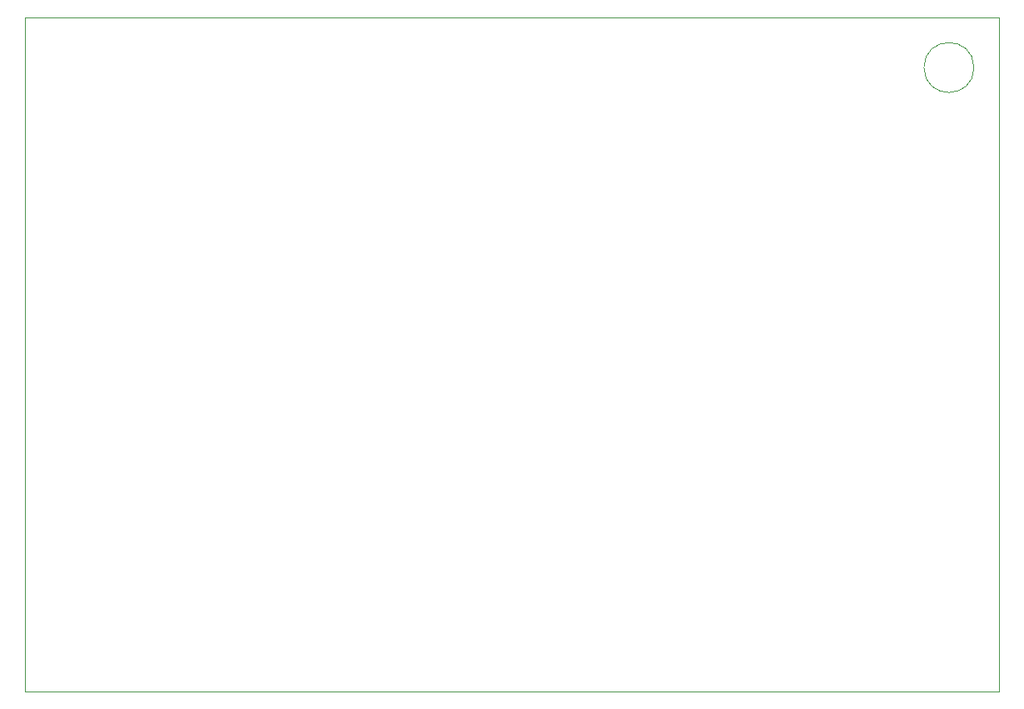
<source format=gbr>
%TF.GenerationSoftware,KiCad,Pcbnew,(6.0.11)*%
%TF.CreationDate,2023-02-16T14:22:11-08:00*%
%TF.ProjectId,Lab 4 Exercise 1,4c616220-3420-4457-9865-726369736520,rev?*%
%TF.SameCoordinates,Original*%
%TF.FileFunction,Profile,NP*%
%FSLAX46Y46*%
G04 Gerber Fmt 4.6, Leading zero omitted, Abs format (unit mm)*
G04 Created by KiCad (PCBNEW (6.0.11)) date 2023-02-16 14:22:11*
%MOMM*%
%LPD*%
G01*
G04 APERTURE LIST*
%TA.AperFunction,Profile*%
%ADD10C,0.100000*%
%TD*%
G04 APERTURE END LIST*
D10*
X200660000Y-71120000D02*
G75*
G03*
X200660000Y-71120000I-2540000J0D01*
G01*
X104140000Y-66040000D02*
X203200000Y-66040000D01*
X203200000Y-66040000D02*
X203200000Y-134620000D01*
X203200000Y-134620000D02*
X104140000Y-134620000D01*
X104140000Y-134620000D02*
X104140000Y-66040000D01*
M02*

</source>
